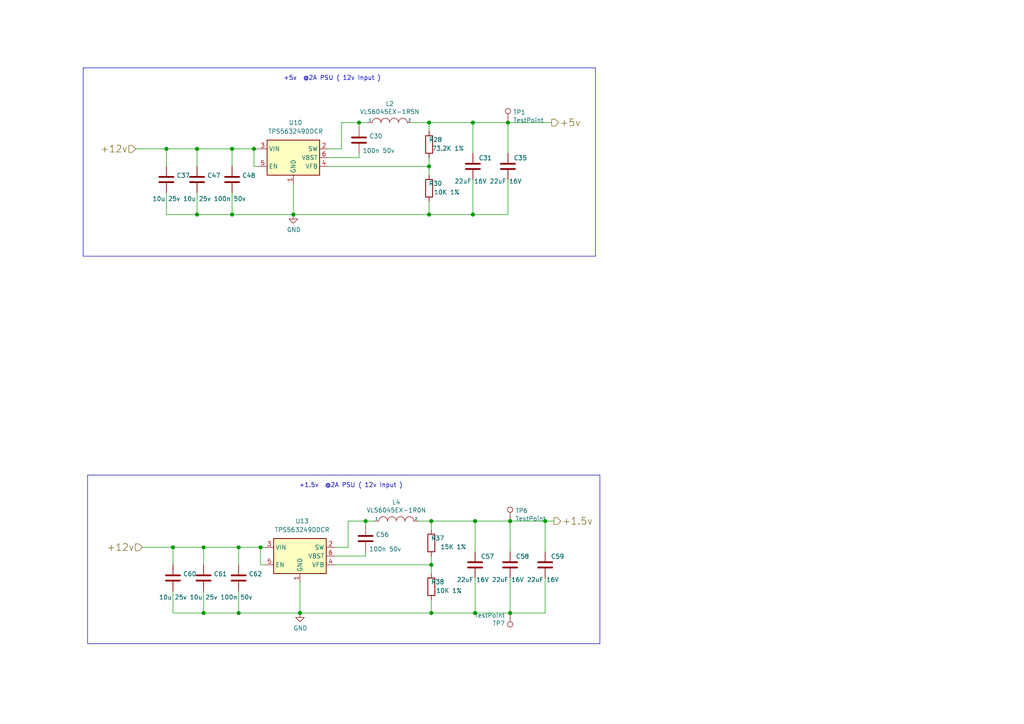
<source format=kicad_sch>
(kicad_sch (version 20210615) (generator eeschema)
  (paper "A4")
  (title_block (title "AP3000v3") (date "2020-10-27") (rev "1") (company "(c) ISis ImageStream Internet Solutions 2020") (comment 1 "www.imagestream.com"))
  (lib_symbols
    (symbol "Connector:TestPoint" (pin_numbers hide) (pin_names (offset 0.762) hide)
      (property "Reference" "TP" (at 0 6.858 0))
      (property "Value" "TestPoint" (at 0 5.08 0))
      (symbol "TestPoint_0_1"
        (circle (center 0 3.302) (radius 0.762))
      )
      (symbol "TestPoint_1_1"
        (pin passive line (at 0 0 90) (length 2.54) (name "1") (number "1"))
      )
    )
    (symbol "Device:C" (pin_numbers hide) (pin_names (offset 0.254))
      (property "Reference" "C" (at 0.635 2.54 0))
      (property "Value" "C" (at 0.635 -2.54 0))
      (symbol "C_0_1"
        (polyline (pts (xy -2.032 -0.762) (xy 2.032 -0.762)) (stroke (width 0.508)))
        (polyline (pts (xy -2.032 0.762) (xy 2.032 0.762)) (stroke (width 0.508)))
      )
      (symbol "C_1_1"
        (pin passive line (at 0 3.81 270) (length 2.794) (name "~") (number "1"))
        (pin passive line (at 0 -3.81 90) (length 2.794) (name "~") (number "2"))
      )
    )
    (symbol "Device:R" (pin_numbers hide) (pin_names (offset 0))
      (property "Reference" "R" (at 2.032 0 90))
      (property "Value" "R" (at 0 0 90))
      (symbol "R_0_1"
        (rectangle (start -1.016 -2.54) (end 1.016 2.54) (stroke (width 0.254)))
      )
      (symbol "R_1_1"
        (pin passive line (at 0 3.81 270) (length 1.27) (name "~") (number "1"))
        (pin passive line (at 0 -3.81 90) (length 1.27) (name "~") (number "2"))
      )
    )
    (symbol "Regulator_Switching:TPS563200"
      (property "Reference" "U" (at -7.62 6.35 0))
      (property "Value" "TPS563200" (at -2.54 6.35 0))
      (symbol "TPS563200_0_1"
        (rectangle (start -7.62 5.08) (end 7.62 -5.08) (stroke (width 0.254)) (fill (type background)))
      )
      (symbol "TPS563200_1_1"
        (pin power_in line (at 0 -7.62 90) (length 2.54) (name "GND") (number "1"))
        (pin output line (at 10.16 2.54 180) (length 2.54) (name "SW") (number "2"))
        (pin power_in line (at -10.16 2.54 0) (length 2.54) (name "VIN") (number "3"))
        (pin input line (at 10.16 -2.54 180) (length 2.54) (name "VFB") (number "4"))
        (pin input line (at -10.16 -2.54 0) (length 2.54) (name "EN") (number "5"))
        (pin passive line (at 10.16 0 180) (length 2.54) (name "VBST") (number "6"))
      )
    )
    (symbol "power:GND" (power) (pin_names (offset 0))
      (property "Value" "GND" (at 0 -3.81 0))
      (symbol "GND_0_1"
        (polyline (pts (xy 0 0) (xy 0 -1.27) (xy 1.27 -1.27) (xy 0 -2.54) (xy -1.27 -1.27) (xy 0 -1.27)))
      )
      (symbol "GND_1_1"
        (pin power_in line (at 0 0 270) (length 0) hide (name "GND") (number "1"))
      )
    )
    (symbol "pspice:INDUCTOR" (pin_numbers hide) (pin_names (offset 0))
      (property "Reference" "L" (at 0 2.54 0))
      (property "Value" "INDUCTOR" (at 0 -1.27 0))
      (symbol "INDUCTOR_0_1"
        (arc (start -2.54 0) (end -5.08 0) (radius (at -3.81 0) (length 1.27) (angles 0.1 179.9)))
        (arc (start 0 0) (end -2.54 0) (radius (at -1.27 0) (length 1.27) (angles 0.1 179.9)))
        (arc (start 2.54 0) (end 0 0) (radius (at 1.27 0) (length 1.27) (angles 0.1 179.9)))
        (arc (start 5.08 0) (end 2.54 0) (radius (at 3.81 0) (length 1.27) (angles 0.1 179.9)))
      )
      (symbol "INDUCTOR_1_1"
        (pin input line (at -6.35 0 0) (length 1.27) (name "1") (number "1"))
        (pin input line (at 6.35 0 180) (length 1.27) (name "2") (number "2"))
      )
    )
  )
  (junction (at 48.26 43.18) (diameter 1.016))
  (junction (at 50.165 158.75) (diameter 1.016))
  (junction (at 57.15 43.18) (diameter 1.016))
  (junction (at 57.15 62.23) (diameter 1.016))
  (junction (at 59.055 158.75) (diameter 1.016))
  (junction (at 59.055 177.8) (diameter 1.016))
  (junction (at 67.31 43.18) (diameter 1.016))
  (junction (at 67.31 62.23) (diameter 1.016))
  (junction (at 69.215 158.75) (diameter 1.016))
  (junction (at 69.215 177.8) (diameter 1.016))
  (junction (at 73.66 43.18) (diameter 1.016))
  (junction (at 75.565 158.75) (diameter 1.016))
  (junction (at 85.09 62.23) (diameter 1.016))
  (junction (at 86.995 177.8) (diameter 1.016))
  (junction (at 104.14 35.56) (diameter 1.016))
  (junction (at 106.045 151.13) (diameter 1.016))
  (junction (at 124.46 35.56) (diameter 1.016))
  (junction (at 124.46 48.26) (diameter 1.016))
  (junction (at 124.46 62.23) (diameter 1.016))
  (junction (at 125.095 151.13) (diameter 1.016))
  (junction (at 125.095 163.83) (diameter 1.016))
  (junction (at 125.095 177.8) (diameter 1.016))
  (junction (at 137.16 35.56) (diameter 1.016))
  (junction (at 137.16 62.23) (diameter 1.016))
  (junction (at 137.795 151.13) (diameter 1.016))
  (junction (at 137.795 177.8) (diameter 1.016))
  (junction (at 147.32 35.56) (diameter 1.016))
  (junction (at 147.955 151.13) (diameter 1.016))
  (junction (at 147.955 177.8) (diameter 1.016))
  (junction (at 158.115 151.13) (diameter 1.016))
  (wire (pts (xy 39.37 43.18) (xy 48.26 43.18)))
  (wire (pts (xy 41.275 158.75) (xy 50.165 158.75)))
  (wire (pts (xy 48.26 43.18) (xy 48.26 48.26)))
  (wire (pts (xy 48.26 43.18) (xy 57.15 43.18)))
  (wire (pts (xy 48.26 55.88) (xy 48.26 62.23)))
  (wire (pts (xy 48.26 62.23) (xy 57.15 62.23)))
  (wire (pts (xy 50.165 158.75) (xy 50.165 163.83)))
  (wire (pts (xy 50.165 158.75) (xy 59.055 158.75)))
  (wire (pts (xy 50.165 171.45) (xy 50.165 177.8)))
  (wire (pts (xy 50.165 177.8) (xy 59.055 177.8)))
  (wire (pts (xy 57.15 43.18) (xy 57.15 48.26)))
  (wire (pts (xy 57.15 43.18) (xy 67.31 43.18)))
  (wire (pts (xy 57.15 55.88) (xy 57.15 62.23)))
  (wire (pts (xy 57.15 62.23) (xy 67.31 62.23)))
  (wire (pts (xy 59.055 158.75) (xy 59.055 163.83)))
  (wire (pts (xy 59.055 158.75) (xy 69.215 158.75)))
  (wire (pts (xy 59.055 171.45) (xy 59.055 177.8)))
  (wire (pts (xy 59.055 177.8) (xy 69.215 177.8)))
  (wire (pts (xy 67.31 43.18) (xy 67.31 48.26)))
  (wire (pts (xy 67.31 43.18) (xy 73.66 43.18)))
  (wire (pts (xy 67.31 55.88) (xy 67.31 62.23)))
  (wire (pts (xy 67.31 62.23) (xy 85.09 62.23)))
  (wire (pts (xy 69.215 158.75) (xy 69.215 163.83)))
  (wire (pts (xy 69.215 158.75) (xy 75.565 158.75)))
  (wire (pts (xy 69.215 171.45) (xy 69.215 177.8)))
  (wire (pts (xy 69.215 177.8) (xy 86.995 177.8)))
  (wire (pts (xy 73.66 43.18) (xy 74.93 43.18)))
  (wire (pts (xy 73.66 48.26) (xy 73.66 43.18)))
  (wire (pts (xy 74.93 48.26) (xy 73.66 48.26)))
  (wire (pts (xy 75.565 158.75) (xy 76.835 158.75)))
  (wire (pts (xy 75.565 163.83) (xy 75.565 158.75)))
  (wire (pts (xy 76.835 163.83) (xy 75.565 163.83)))
  (wire (pts (xy 85.09 53.34) (xy 85.09 62.23)))
  (wire (pts (xy 85.09 62.23) (xy 124.46 62.23)))
  (wire (pts (xy 86.995 168.91) (xy 86.995 177.8)))
  (wire (pts (xy 86.995 177.8) (xy 125.095 177.8)))
  (wire (pts (xy 95.25 45.72) (xy 104.14 45.72)))
  (wire (pts (xy 95.25 48.26) (xy 124.46 48.26)))
  (wire (pts (xy 97.155 161.29) (xy 106.045 161.29)))
  (wire (pts (xy 97.155 163.83) (xy 125.095 163.83)))
  (wire (pts (xy 99.06 35.56) (xy 99.06 43.18)))
  (wire (pts (xy 99.06 43.18) (xy 95.25 43.18)))
  (wire (pts (xy 100.965 151.13) (xy 100.965 158.75)))
  (wire (pts (xy 100.965 158.75) (xy 97.155 158.75)))
  (wire (pts (xy 104.14 35.56) (xy 99.06 35.56)))
  (wire (pts (xy 104.14 35.56) (xy 104.14 36.83)))
  (wire (pts (xy 104.14 45.72) (xy 104.14 44.45)))
  (wire (pts (xy 106.045 151.13) (xy 100.965 151.13)))
  (wire (pts (xy 106.045 151.13) (xy 106.045 152.4)))
  (wire (pts (xy 106.045 161.29) (xy 106.045 160.02)))
  (wire (pts (xy 106.68 35.56) (xy 104.14 35.56)))
  (wire (pts (xy 108.585 151.13) (xy 106.045 151.13)))
  (wire (pts (xy 119.38 35.56) (xy 124.46 35.56)))
  (wire (pts (xy 121.285 151.13) (xy 125.095 151.13)))
  (wire (pts (xy 124.46 35.56) (xy 124.46 38.1)))
  (wire (pts (xy 124.46 35.56) (xy 137.16 35.56)))
  (wire (pts (xy 124.46 45.72) (xy 124.46 48.26)))
  (wire (pts (xy 124.46 48.26) (xy 124.46 50.8)))
  (wire (pts (xy 124.46 62.23) (xy 124.46 58.42)))
  (wire (pts (xy 125.095 151.13) (xy 125.095 153.67)))
  (wire (pts (xy 125.095 151.13) (xy 137.795 151.13)))
  (wire (pts (xy 125.095 161.29) (xy 125.095 163.83)))
  (wire (pts (xy 125.095 163.83) (xy 125.095 166.37)))
  (wire (pts (xy 125.095 177.8) (xy 125.095 173.99)))
  (wire (pts (xy 137.16 35.56) (xy 137.16 44.45)))
  (wire (pts (xy 137.16 35.56) (xy 147.32 35.56)))
  (wire (pts (xy 137.16 52.07) (xy 137.16 62.23)))
  (wire (pts (xy 137.16 62.23) (xy 124.46 62.23)))
  (wire (pts (xy 137.795 151.13) (xy 137.795 160.02)))
  (wire (pts (xy 137.795 151.13) (xy 147.955 151.13)))
  (wire (pts (xy 137.795 167.64) (xy 137.795 177.8)))
  (wire (pts (xy 137.795 177.8) (xy 125.095 177.8)))
  (wire (pts (xy 147.32 35.56) (xy 147.32 44.45)))
  (wire (pts (xy 147.32 35.56) (xy 160.02 35.56)))
  (wire (pts (xy 147.32 52.07) (xy 147.32 62.23)))
  (wire (pts (xy 147.32 62.23) (xy 137.16 62.23)))
  (wire (pts (xy 147.955 151.13) (xy 147.955 160.02)))
  (wire (pts (xy 147.955 151.13) (xy 158.115 151.13)))
  (wire (pts (xy 147.955 167.64) (xy 147.955 177.8)))
  (wire (pts (xy 147.955 177.8) (xy 137.795 177.8)))
  (wire (pts (xy 158.115 151.13) (xy 158.115 160.02)))
  (wire (pts (xy 158.115 151.13) (xy 160.655 151.13)))
  (wire (pts (xy 158.115 167.64) (xy 158.115 177.8)))
  (wire (pts (xy 158.115 177.8) (xy 147.955 177.8)))
  (polyline (pts (xy 24.13 19.685) (xy 24.13 74.295)) (stroke (width 0) (type solid)))
  (polyline (pts (xy 24.13 19.685) (xy 172.72 19.685)) (stroke (width 0) (type solid)))
  (polyline (pts (xy 25.4 137.795) (xy 25.4 186.69)) (stroke (width 0) (type solid)))
  (polyline (pts (xy 25.4 137.795) (xy 173.99 137.795)) (stroke (width 0) (type solid)))
  (polyline (pts (xy 172.72 19.685) (xy 172.72 74.295)) (stroke (width 0) (type solid)))
  (polyline (pts (xy 172.72 74.295) (xy 24.13 74.295)) (stroke (width 0) (type solid)))
  (polyline (pts (xy 173.99 137.795) (xy 173.99 186.69)) (stroke (width 0) (type solid)))
  (polyline (pts (xy 173.99 186.69) (xy 25.4 186.69)) (stroke (width 0) (type solid)))
  (text "+5v  @2A PSU ( 12v Input )" (at 110.49 23.495 180) (effects (font (size 1.27 1.27)) (justify right bottom)))
  (text "+1.5v  @2A PSU ( 12v Input )" (at 116.84 141.605 180) (effects (font (size 1.27 1.27)) (justify right bottom)))
  (hierarchical_label "+12v" (shape input) (at 39.37 43.18 180) (effects (font (size 2.007 2.007))))
  (hierarchical_label "+12v" (shape input) (at 41.275 158.75 180) (effects (font (size 2.007 2.007))))
  (hierarchical_label "+5v" (shape output) (at 160.02 35.56 0) (effects (font (size 2.007 2.007))))
  (hierarchical_label "+1.5v" (shape output) (at 160.655 151.13 0) (effects (font (size 2.007 2.007))))
  (symbol (lib_id "Connector:TestPoint") (at 147.32 35.56 0) (unit 1)
    (property "Reference" "TP1" (at 148.7932 32.5628 0) (effects (justify left)))
    (property "Value" "TestPoint" (at 148.7932 34.8742 0) (effects (justify left)))
    (property "Footprint" "TestPoint:TestPoint_Keystone_5000-5004_Miniature" (effects hide))
    (property "Field4" "nf" (effects hide))
    (property "Field5" "nf" (effects hide))
    (property "Field6" "nf" (effects hide))
    (property "Field7" "nf" (effects hide))
    (property "PartsBoxID" "5001" (effects hide))
  )
  (symbol (lib_id "Connector:TestPoint") (at 147.955 151.13 0) (unit 1)
    (property "Reference" "TP6" (at 149.4282 148.1328 0) (effects (justify left)))
    (property "Value" "TestPoint" (at 149.4282 150.4442 0) (effects (justify left)))
    (property "Footprint" "TestPoint:TestPoint_Keystone_5000-5004_Miniature" (effects hide))
    (property "Field4" "nf" (effects hide))
    (property "Field5" "nf" (effects hide))
    (property "Field6" "nf" (effects hide))
    (property "Field7" "nf" (effects hide))
    (property "PartsBoxID" "5001" (effects hide))
  )
  (symbol (lib_id "Connector:TestPoint") (at 147.955 177.8 180) (unit 1)
    (property "Reference" "TP7" (at 146.4818 180.7972 0) (effects (justify left)))
    (property "Value" "TestPoint" (at 146.4818 178.4858 0) (effects (justify left)))
    (property "Footprint" "TestPoint:TestPoint_Keystone_5000-5004_Miniature" (effects hide))
    (property "Field4" "nf" (effects hide))
    (property "Field5" "nf" (effects hide))
    (property "Field6" "nf" (effects hide))
    (property "Field7" "nf" (effects hide))
    (property "PartsBoxID" "5001" (effects hide))
  )
  (symbol (lib_id "power:GND") (at 85.09 62.23 0) (unit 1)
    (property "Reference" "#PWR0118" (effects hide))
    (property "Value" "GND" (at 85.217 66.6242 0))
  )
  (symbol (lib_id "power:GND") (at 86.995 177.8 0) (unit 1)
    (property "Reference" "#PWR0119" (effects hide))
    (property "Value" "GND" (at 87.122 182.1942 0))
  )
  (symbol (lib_id "Device:R") (at 124.46 41.91 0) (mirror y) (unit 1)
    (property "Reference" "R28" (at 128.27 40.513 0) (effects (justify left)))
    (property "Value" "73.2K 1%" (at 134.62 43.053 0) (effects (justify left)))
    (property "Footprint" "Resistor_SMD:R_0603_1608Metric" (effects hide))
    (property "PartsBoxID" "CRCW060373K2FKEA" (effects hide))
    (property "LCSC" "C14890" (effects hide))
  )
  (symbol (lib_id "Device:R") (at 124.46 54.61 0) (mirror y) (unit 1)
    (property "Reference" "R30" (at 128.27 53.213 0) (effects (justify left)))
    (property "Value" "10K 1%" (at 133.35 55.753 0) (effects (justify left)))
    (property "Footprint" "Resistor_SMD:R_0603_1608Metric" (effects hide))
    (property "Field6" "CRCW060310K0FKEA" (effects hide))
    (property "PartsBoxID" "0603-10K-1%" (effects hide))
    (property "LCSC" "C25804" (effects hide))
  )
  (symbol (lib_id "Device:R") (at 125.095 157.48 0) (mirror y) (unit 1)
    (property "Reference" "R37" (at 128.905 156.083 0) (effects (justify left)))
    (property "Value" "15K 1%" (at 135.255 158.623 0) (effects (justify left)))
    (property "Footprint" "Resistor_SMD:R_0603_1608Metric" (effects hide))
    (property "PartsBoxID" "0603-15K-1%" (effects hide))
    (property "LCSC" "C22809" (effects hide))
  )
  (symbol (lib_id "Device:R") (at 125.095 170.18 0) (mirror y) (unit 1)
    (property "Reference" "R38" (at 128.905 168.783 0) (effects (justify left)))
    (property "Value" "10K 1%" (at 133.985 171.323 0) (effects (justify left)))
    (property "Footprint" "Resistor_SMD:R_0603_1608Metric" (effects hide))
    (property "Field6" "CRCW060310K0FKEA" (effects hide))
    (property "PartsBoxID" "0603-10K-1%" (effects hide))
    (property "LCSC" "C25804" (effects hide))
  )
  (symbol (lib_id "pspice:INDUCTOR") (at 113.03 35.56 0) (unit 1)
    (property "Reference" "L2" (at 113.03 30.099 0))
    (property "Value" "VLS6045EX-1R5N" (at 113.03 32.4104 0))
    (property "Footprint" "Scott:L_TDK_VLS6045" (effects hide))
    (property "PartsBoxID" "VLS6045EX-1R5N" (effects hide))
  )
  (symbol (lib_id "pspice:INDUCTOR") (at 114.935 151.13 0) (unit 1)
    (property "Reference" "L4" (at 114.935 145.669 0))
    (property "Value" "VLS6045EX-1R0N" (at 114.935 147.9804 0))
    (property "Footprint" "Scott:L_TDK_VLS6045" (effects hide))
    (property "PartsBoxID" "VLS6045EX-1R0N" (effects hide))
  )
  (symbol (lib_id "Device:C") (at 48.26 52.07 0) (unit 1)
    (property "Reference" "C37" (at 51.181 50.9016 0) (effects (justify left)))
    (property "Value" "10u 25v" (at 44.196 57.658 0) (effects (justify left)))
    (property "Footprint" "Capacitor_SMD:C_0805_2012Metric" (effects hide))
    (property "Field4" "Digikey" (effects hide))
    (property "Field6" "C0805C106K8PACTU" (effects hide))
    (property "Field7" "Kemet" (effects hide))
    (property "Part Description" "10uF 10% or 20% 10V Ceramic Capacitor X5R 0805" (effects hide))
    (property "PartsBoxID" "0805-10uF-X7R-25V" (effects hide))
    (property "LCSC" "C15850" (effects hide))
  )
  (symbol (lib_id "Device:C") (at 50.165 167.64 0) (unit 1)
    (property "Reference" "C60" (at 53.086 166.4716 0) (effects (justify left)))
    (property "Value" "10u 25v" (at 46.101 173.228 0) (effects (justify left)))
    (property "Footprint" "Capacitor_SMD:C_0805_2012Metric" (effects hide))
    (property "Field4" "Digikey" (effects hide))
    (property "Field6" "C0805C106K8PACTU" (effects hide))
    (property "Field7" "Kemet" (effects hide))
    (property "Part Description" "10uF 10% or 20% 10V Ceramic Capacitor X5R 0805" (effects hide))
    (property "PartsBoxID" "0805-10uF-X7R-25V" (effects hide))
    (property "LCSC" "C15850" (effects hide))
  )
  (symbol (lib_id "Device:C") (at 57.15 52.07 0) (unit 1)
    (property "Reference" "C47" (at 60.071 50.9016 0) (effects (justify left)))
    (property "Value" "10u 25v" (at 53.086 57.658 0) (effects (justify left)))
    (property "Footprint" "Capacitor_SMD:C_0805_2012Metric" (effects hide))
    (property "Field4" "Digikey" (effects hide))
    (property "Field6" "C0805C106K8PACTU" (effects hide))
    (property "Field7" "Kemet" (effects hide))
    (property "Part Description" "10uF 10% or 20% 10V Ceramic Capacitor X5R 0805" (effects hide))
    (property "PartsBoxID" "0805-10uF-X7R-25V" (effects hide))
    (property "LCSC" "C15850" (effects hide))
  )
  (symbol (lib_id "Device:C") (at 59.055 167.64 0) (unit 1)
    (property "Reference" "C61" (at 61.976 166.4716 0) (effects (justify left)))
    (property "Value" "10u 25v" (at 54.991 173.228 0) (effects (justify left)))
    (property "Footprint" "Capacitor_SMD:C_0805_2012Metric" (effects hide))
    (property "Field4" "Digikey" (effects hide))
    (property "Field6" "C0805C106K8PACTU" (effects hide))
    (property "Field7" "Kemet" (effects hide))
    (property "Part Description" "10uF 10% or 20% 10V Ceramic Capacitor X5R 0805" (effects hide))
    (property "PartsBoxID" "0805-10uF-X7R-25V" (effects hide))
    (property "LCSC" "C15850" (effects hide))
  )
  (symbol (lib_id "Device:C") (at 67.31 52.07 0) (unit 1)
    (property "Reference" "C48" (at 70.231 50.9016 0) (effects (justify left)))
    (property "Value" "100n 50v" (at 61.976 57.658 0) (effects (justify left)))
    (property "Footprint" "Capacitor_SMD:C_0603_1608Metric" (effects hide))
    (property "Field4" "Digikey" (effects hide))
    (property "Field6" "GRM188R71H104KA93D" (effects hide))
    (property "Field7" "Murata" (effects hide))
    (property "Part Description" "100nF 10% or 20% 50V Ceramic Capacitor X7R 0603" (effects hide))
    (property "PartsBoxID" "0603-100nF-X7R-50V" (effects hide))
    (property "LCSC" "C14663" (effects hide))
  )
  (symbol (lib_id "Device:C") (at 69.215 167.64 0) (unit 1)
    (property "Reference" "C62" (at 72.136 166.4716 0) (effects (justify left)))
    (property "Value" "100n 50v" (at 63.881 173.228 0) (effects (justify left)))
    (property "Footprint" "Capacitor_SMD:C_0603_1608Metric" (effects hide))
    (property "Field4" "Digikey" (effects hide))
    (property "Field6" "GRM188R71H104KA93D" (effects hide))
    (property "Field7" "Murata" (effects hide))
    (property "Part Description" "100nF 10% or 20% 50V Ceramic Capacitor X7R 0603" (effects hide))
    (property "PartsBoxID" "0603-100nF-X7R-50V" (effects hide))
    (property "LCSC" "C14663" (effects hide))
  )
  (symbol (lib_id "Device:C") (at 104.14 40.64 0) (unit 1)
    (property "Reference" "C30" (at 107.061 39.4716 0) (effects (justify left)))
    (property "Value" "100n 50v" (at 105.156 43.688 0) (effects (justify left)))
    (property "Footprint" "Capacitor_SMD:C_0603_1608Metric" (effects hide))
    (property "Field4" "Digikey" (effects hide))
    (property "Field6" "GRM155R71C104KA88D" (effects hide))
    (property "Field7" "Murata" (effects hide))
    (property "Part Description" "100nF 10% or 20% 50V Ceramic Capacitor X7R 0603" (effects hide))
    (property "PartsBoxID" "0603-100nF-X7R-50V" (effects hide))
    (property "LCSC" "C14663" (effects hide))
  )
  (symbol (lib_id "Device:C") (at 106.045 156.21 0) (unit 1)
    (property "Reference" "C56" (at 108.966 155.0416 0) (effects (justify left)))
    (property "Value" "100n 50v" (at 107.061 159.258 0) (effects (justify left)))
    (property "Footprint" "Capacitor_SMD:C_0603_1608Metric" (effects hide))
    (property "Field4" "Digikey" (effects hide))
    (property "Field6" "GRM155R71C104KA88D" (effects hide))
    (property "Field7" "Murata" (effects hide))
    (property "Part Description" "100nF 10% or 20% 50V Ceramic Capacitor X7R 0603" (effects hide))
    (property "PartsBoxID" "0603-100nF-X7R-50V" (effects hide))
    (property "LCSC" "C14663" (effects hide))
  )
  (symbol (lib_id "Device:C") (at 137.16 48.26 0) (unit 1)
    (property "Reference" "C31" (at 138.811 45.8216 0) (effects (justify left)))
    (property "Value" "22uF 16V" (at 131.826 52.578 0) (effects (justify left)))
    (property "Footprint" "Capacitor_SMD:C_1210_3225Metric" (effects hide))
    (property "Field4" "Mouser" (effects hide))
    (property "Part Description" "GCM32ER71C226KE19L" (effects hide))
    (property "PartsBoxID" "1210-22uF-X7R-16V" (effects hide))
    (property "LCSC" "C90146" (effects hide))
  )
  (symbol (lib_id "Device:C") (at 137.795 163.83 0) (unit 1)
    (property "Reference" "C57" (at 139.446 161.3916 0) (effects (justify left)))
    (property "Value" "22uF 16V" (at 132.461 168.148 0) (effects (justify left)))
    (property "Footprint" "Capacitor_SMD:C_1210_3225Metric" (effects hide))
    (property "Field4" "Mouser" (effects hide))
    (property "Part Description" "GCM32ER71C226KE19L" (effects hide))
    (property "PartsBoxID" "1210-22uF-X7R-16V" (effects hide))
    (property "LCSC" "C90146" (effects hide))
  )
  (symbol (lib_id "Device:C") (at 147.32 48.26 0) (unit 1)
    (property "Reference" "C35" (at 148.971 45.8216 0) (effects (justify left)))
    (property "Value" "22uF 16V" (at 141.986 52.578 0) (effects (justify left)))
    (property "Footprint" "Capacitor_SMD:C_1210_3225Metric" (effects hide))
    (property "Field4" "Mouser" (effects hide))
    (property "Part Description" "GCM32ER71C226KE19L" (effects hide))
    (property "PartsBoxID" "1210-22uF-X7R-16V" (effects hide))
    (property "LCSC" "C90146" (effects hide))
  )
  (symbol (lib_id "Device:C") (at 147.955 163.83 0) (unit 1)
    (property "Reference" "C58" (at 149.606 161.3916 0) (effects (justify left)))
    (property "Value" "22uF 16V" (at 142.621 168.148 0) (effects (justify left)))
    (property "Footprint" "Capacitor_SMD:C_1210_3225Metric" (effects hide))
    (property "Field4" "Mouser" (effects hide))
    (property "Part Description" "GCM32ER71C226KE19L" (effects hide))
    (property "PartsBoxID" "1210-22uF-X7R-16V" (effects hide))
    (property "LCSC" "C90146" (effects hide))
  )
  (symbol (lib_id "Device:C") (at 158.115 163.83 0) (unit 1)
    (property "Reference" "C59" (at 159.766 161.3916 0) (effects (justify left)))
    (property "Value" "22uF 16V" (at 152.781 168.148 0) (effects (justify left)))
    (property "Footprint" "Capacitor_SMD:C_1210_3225Metric" (effects hide))
    (property "Field4" "Mouser" (effects hide))
    (property "Part Description" "GCM32ER71C226KE19L" (effects hide))
    (property "PartsBoxID" "1210-22uF-X7R-16V" (effects hide))
    (property "LCSC" "C90146" (effects hide))
  )
  (symbol (lib_id "Regulator_Switching:TPS563200") (at 85.09 45.72 0) (unit 1)
    (property "Reference" "U10" (at 85.725 35.56 0))
    (property "Value" "TPS563249DDCR" (at 85.725 38.1 0))
    (property "Footprint" "Package_TO_SOT_SMD:SOT-23-6" (effects hide))
    (property "PartsBoxID" "TPS563249DDCR" (effects hide))
  )
  (symbol (lib_id "Regulator_Switching:TPS563200") (at 86.995 161.29 0) (unit 1)
    (property "Reference" "U13" (at 87.63 151.13 0))
    (property "Value" "TPS563249DDCR" (at 87.63 153.67 0))
    (property "Footprint" "Package_TO_SOT_SMD:SOT-23-6" (effects hide))
    (property "PartsBoxID" "TPS563249DDCR" (effects hide))
  )
)
</source>
